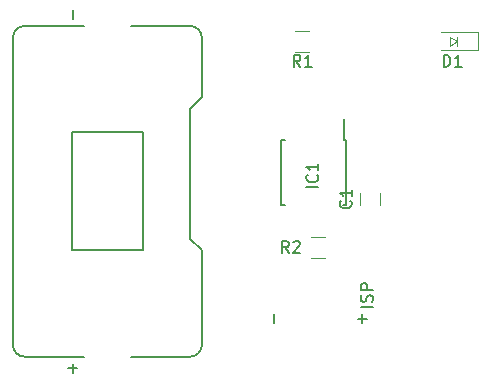
<source format=gto>
G04 #@! TF.FileFunction,Legend,Top*
%FSLAX46Y46*%
G04 Gerber Fmt 4.6, Leading zero omitted, Abs format (unit mm)*
G04 Created by KiCad (PCBNEW 4.0.6) date 03/25/19 16:38:30*
%MOMM*%
%LPD*%
G01*
G04 APERTURE LIST*
%ADD10C,0.100000*%
%ADD11C,0.120000*%
%ADD12C,0.200000*%
%ADD13C,0.150000*%
G04 APERTURE END LIST*
D10*
D11*
X166689000Y-83128000D02*
X167889000Y-83128000D01*
X167889000Y-84888000D02*
X166689000Y-84888000D01*
D12*
X152479000Y-75248000D02*
X152479000Y-74248000D01*
X152479000Y-74248000D02*
X146479000Y-74248000D01*
X146479000Y-74248000D02*
X146479000Y-75248000D01*
X146479000Y-79248000D02*
X146479000Y-84248000D01*
X146479000Y-84248000D02*
X152479000Y-84248000D01*
X152479000Y-84248000D02*
X152479000Y-75248000D01*
X146479000Y-75248000D02*
X146479000Y-79248000D01*
X157479000Y-84248000D02*
X157479000Y-92248000D01*
X157479000Y-71248000D02*
X157479000Y-66248000D01*
X157479000Y-84248000D02*
X156479000Y-83248000D01*
X156479000Y-83248000D02*
X156479000Y-72248000D01*
X156479000Y-72248000D02*
X157479000Y-71248000D01*
X151479000Y-93248000D02*
X156479000Y-93248000D01*
X151479000Y-65248000D02*
X156479000Y-65248000D01*
X141479000Y-92248000D02*
X141479000Y-66248000D01*
X147479000Y-93248000D02*
X142479000Y-93248000D01*
X142479000Y-65248000D02*
G75*
G03X141479000Y-66248000I0J-1000000D01*
G01*
X157479000Y-66248000D02*
G75*
G03X156479000Y-65248000I-1000000J0D01*
G01*
X156479000Y-93248000D02*
G75*
G03X157479000Y-92248000I0J1000000D01*
G01*
X141479000Y-92248000D02*
G75*
G03X142479000Y-93248000I1000000J0D01*
G01*
X147479000Y-65248000D02*
X142479000Y-65248000D01*
D10*
X179089000Y-66948000D02*
X179089000Y-66148000D01*
X179089000Y-66548000D02*
X178489000Y-66948000D01*
X178489000Y-66148000D02*
X179089000Y-66548000D01*
X178489000Y-66948000D02*
X178489000Y-66148000D01*
D11*
X177689000Y-65798000D02*
X180889000Y-65798000D01*
X180889000Y-67298000D02*
X177689000Y-67298000D01*
X180889000Y-67298000D02*
X180889000Y-65798000D01*
D13*
X169696500Y-74910500D02*
X169491500Y-74910500D01*
X169696500Y-80410500D02*
X169396500Y-80410500D01*
X164186500Y-80410500D02*
X164486500Y-80410500D01*
X164186500Y-74910500D02*
X164486500Y-74910500D01*
X169696500Y-74910500D02*
X169696500Y-80410500D01*
X164186500Y-74910500D02*
X164186500Y-80410500D01*
X169491500Y-74910500D02*
X169491500Y-73160500D01*
D11*
X165389000Y-65668000D02*
X166589000Y-65668000D01*
X166589000Y-67428000D02*
X165389000Y-67428000D01*
X172554000Y-80383000D02*
X172554000Y-79383000D01*
X170854000Y-79383000D02*
X170854000Y-80383000D01*
D13*
X164836334Y-84460381D02*
X164503000Y-83984190D01*
X164264905Y-84460381D02*
X164264905Y-83460381D01*
X164645858Y-83460381D01*
X164741096Y-83508000D01*
X164788715Y-83555619D01*
X164836334Y-83650857D01*
X164836334Y-83793714D01*
X164788715Y-83888952D01*
X164741096Y-83936571D01*
X164645858Y-83984190D01*
X164264905Y-83984190D01*
X165217286Y-83555619D02*
X165264905Y-83508000D01*
X165360143Y-83460381D01*
X165598239Y-83460381D01*
X165693477Y-83508000D01*
X165741096Y-83555619D01*
X165788715Y-83650857D01*
X165788715Y-83746095D01*
X165741096Y-83888952D01*
X165169667Y-84460381D01*
X165788715Y-84460381D01*
X146550429Y-64628952D02*
X146550429Y-63867047D01*
X146550429Y-94628952D02*
X146550429Y-93867047D01*
X146931381Y-94247999D02*
X146169476Y-94247999D01*
X177950905Y-68700381D02*
X177950905Y-67700381D01*
X178189000Y-67700381D01*
X178331858Y-67748000D01*
X178427096Y-67843238D01*
X178474715Y-67938476D01*
X178522334Y-68128952D01*
X178522334Y-68271810D01*
X178474715Y-68462286D01*
X178427096Y-68557524D01*
X178331858Y-68652762D01*
X178189000Y-68700381D01*
X177950905Y-68700381D01*
X179474715Y-68700381D02*
X178903286Y-68700381D01*
X179189000Y-68700381D02*
X179189000Y-67700381D01*
X179093762Y-67843238D01*
X178998524Y-67938476D01*
X178903286Y-67986095D01*
X171933881Y-89026690D02*
X170933881Y-89026690D01*
X171886262Y-88598119D02*
X171933881Y-88455262D01*
X171933881Y-88217166D01*
X171886262Y-88121928D01*
X171838643Y-88074309D01*
X171743405Y-88026690D01*
X171648167Y-88026690D01*
X171552929Y-88074309D01*
X171505310Y-88121928D01*
X171457690Y-88217166D01*
X171410071Y-88407643D01*
X171362452Y-88502881D01*
X171314833Y-88550500D01*
X171219595Y-88598119D01*
X171124357Y-88598119D01*
X171029119Y-88550500D01*
X170981500Y-88502881D01*
X170933881Y-88407643D01*
X170933881Y-88169547D01*
X170981500Y-88026690D01*
X171933881Y-87598119D02*
X170933881Y-87598119D01*
X170933881Y-87217166D01*
X170981500Y-87121928D01*
X171029119Y-87074309D01*
X171124357Y-87026690D01*
X171267214Y-87026690D01*
X171362452Y-87074309D01*
X171410071Y-87121928D01*
X171457690Y-87217166D01*
X171457690Y-87598119D01*
X163552929Y-90431452D02*
X163552929Y-89669547D01*
X171052929Y-90431452D02*
X171052929Y-89669547D01*
X171433881Y-90050499D02*
X170671976Y-90050499D01*
X167333881Y-78901690D02*
X166333881Y-78901690D01*
X167238643Y-77854071D02*
X167286262Y-77901690D01*
X167333881Y-78044547D01*
X167333881Y-78139785D01*
X167286262Y-78282643D01*
X167191024Y-78377881D01*
X167095786Y-78425500D01*
X166905310Y-78473119D01*
X166762452Y-78473119D01*
X166571976Y-78425500D01*
X166476738Y-78377881D01*
X166381500Y-78282643D01*
X166333881Y-78139785D01*
X166333881Y-78044547D01*
X166381500Y-77901690D01*
X166429119Y-77854071D01*
X167333881Y-76901690D02*
X167333881Y-77473119D01*
X167333881Y-77187405D02*
X166333881Y-77187405D01*
X166476738Y-77282643D01*
X166571976Y-77377881D01*
X166619595Y-77473119D01*
X165822334Y-68700381D02*
X165489000Y-68224190D01*
X165250905Y-68700381D02*
X165250905Y-67700381D01*
X165631858Y-67700381D01*
X165727096Y-67748000D01*
X165774715Y-67795619D01*
X165822334Y-67890857D01*
X165822334Y-68033714D01*
X165774715Y-68128952D01*
X165727096Y-68176571D01*
X165631858Y-68224190D01*
X165250905Y-68224190D01*
X166774715Y-68700381D02*
X166203286Y-68700381D01*
X166489000Y-68700381D02*
X166489000Y-67700381D01*
X166393762Y-67843238D01*
X166298524Y-67938476D01*
X166203286Y-67986095D01*
X170061143Y-80049666D02*
X170108762Y-80097285D01*
X170156381Y-80240142D01*
X170156381Y-80335380D01*
X170108762Y-80478238D01*
X170013524Y-80573476D01*
X169918286Y-80621095D01*
X169727810Y-80668714D01*
X169584952Y-80668714D01*
X169394476Y-80621095D01*
X169299238Y-80573476D01*
X169204000Y-80478238D01*
X169156381Y-80335380D01*
X169156381Y-80240142D01*
X169204000Y-80097285D01*
X169251619Y-80049666D01*
X170156381Y-79097285D02*
X170156381Y-79668714D01*
X170156381Y-79383000D02*
X169156381Y-79383000D01*
X169299238Y-79478238D01*
X169394476Y-79573476D01*
X169442095Y-79668714D01*
M02*

</source>
